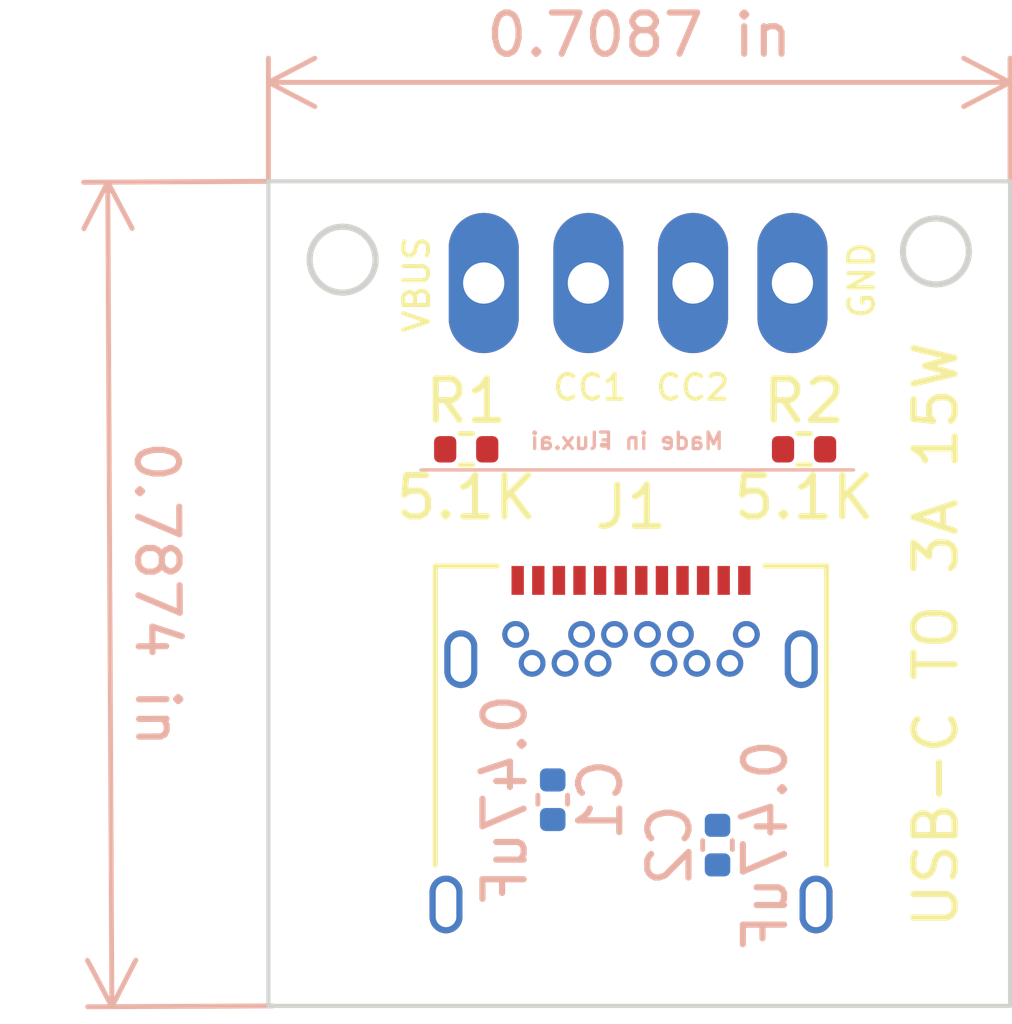
<source format=kicad_pcb>
(kicad_pcb (version 20171130) (host pcbnew "(5.1.10-1-10_14)")

  (general
    (thickness 1.6)
    (drawings 16)
    (tracks 0)
    (zones 0)
    (modules 6)
    (nets 9)
  )

  (page A4)
  (layers
    (0 F.Cu signal)
    (31 B.Cu signal)
    (32 B.Adhes user)
    (33 F.Adhes user)
    (34 B.Paste user)
    (35 F.Paste user)
    (36 B.SilkS user)
    (37 F.SilkS user)
    (38 B.Mask user)
    (39 F.Mask user)
    (40 Dwgs.User user)
    (41 Cmts.User user)
    (42 Eco1.User user)
    (43 Eco2.User user)
    (44 Edge.Cuts user)
    (45 Margin user)
    (46 B.CrtYd user)
    (47 F.CrtYd user)
    (48 B.Fab user)
    (49 F.Fab user)
  )

  (setup
    (last_trace_width 0.25)
    (trace_clearance 0.2)
    (zone_clearance 0.508)
    (zone_45_only no)
    (trace_min 0.2)
    (via_size 0.8)
    (via_drill 0.4)
    (via_min_size 0.4)
    (via_min_drill 0.3)
    (uvia_size 0.3)
    (uvia_drill 0.1)
    (uvias_allowed no)
    (uvia_min_size 0.2)
    (uvia_min_drill 0.1)
    (edge_width 0.05)
    (segment_width 0.2)
    (pcb_text_width 0.3)
    (pcb_text_size 1.5 1.5)
    (mod_edge_width 0.12)
    (mod_text_size 1 1)
    (mod_text_width 0.15)
    (pad_size 1.7 3.4)
    (pad_drill 1)
    (pad_to_mask_clearance 0)
    (aux_axis_origin 136 99)
    (grid_origin 136 99)
    (visible_elements FFFFFF7F)
    (pcbplotparams
      (layerselection 0x010fc_ffffffff)
      (usegerberextensions false)
      (usegerberattributes true)
      (usegerberadvancedattributes true)
      (creategerberjobfile true)
      (excludeedgelayer true)
      (linewidth 0.100000)
      (plotframeref false)
      (viasonmask false)
      (mode 1)
      (useauxorigin false)
      (hpglpennumber 1)
      (hpglpenspeed 20)
      (hpglpendiameter 15.000000)
      (psnegative false)
      (psa4output false)
      (plotreference true)
      (plotvalue true)
      (plotinvisibletext false)
      (padsonsilk false)
      (subtractmaskfromsilk false)
      (outputformat 1)
      (mirror false)
      (drillshape 1)
      (scaleselection 1)
      (outputdirectory ""))
  )

  (net 0 "")
  (net 1 GND)
  (net 2 "Net-(C1-Pad1)")
  (net 3 "Net-(J1-PadA7)")
  (net 4 "Net-(J1-PadA6)")
  (net 5 "Net-(J1-PadA8)")
  (net 6 "Net-(C2-Pad2)")
  (net 7 "Net-(J1-PadB5)")
  (net 8 "Net-(J1-PadA5)")

  (net_class Default "This is the default net class."
    (clearance 0.2)
    (trace_width 0.25)
    (via_dia 0.8)
    (via_drill 0.4)
    (uvia_dia 0.3)
    (uvia_drill 0.1)
    (add_net GND)
    (add_net "Net-(C1-Pad1)")
    (add_net "Net-(C2-Pad2)")
    (add_net "Net-(J1-PadA5)")
    (add_net "Net-(J1-PadA6)")
    (add_net "Net-(J1-PadA7)")
    (add_net "Net-(J1-PadA8)")
    (add_net "Net-(J1-PadB5)")
  )

  (module Connector_PinHeader_1.27mm:PinHeader_1x04_P1.27mm_Vertical_modified (layer F.Cu) (tedit 61B114A5) (tstamp 61B1A826)
    (at 144.4 78.8)
    (descr "Through hole straight pin header, 1x04, 1.27mm pitch, single row")
    (tags "Through hole pin header THT 1x04 1.27mm single row")
    (path /61B3E94D)
    (fp_text reference J2 (at 0.127 -0.889) (layer F.SilkS) hide
      (effects (font (size 1 1) (thickness 0.15)))
    )
    (fp_text value Conn_01x04 (at -0.127 6.096 180) (layer F.Fab) hide
      (effects (font (size 1 1) (thickness 0.15)))
    )
    (pad 1 thru_hole oval (at -3.175 2.667 180) (size 1.7 3.4) (drill 1) (layers *.Cu *.Mask)
      (net 6 "Net-(C2-Pad2)"))
    (pad 2 thru_hole oval (at -0.635 2.667 180) (size 1.7 3.4) (drill 1) (layers *.Cu *.Mask)
      (net 8 "Net-(J1-PadA5)"))
    (pad 3 thru_hole oval (at 1.905 2.667 180) (size 1.7 3.4) (drill 1) (layers *.Cu *.Mask)
      (net 7 "Net-(J1-PadB5)"))
    (pad 4 thru_hole oval (at 4.318 2.667 180) (size 1.7 3.4) (drill 1) (layers *.Cu *.Mask)
      (net 1 GND))
  )

  (module Resistor_SMD:R_0402_1005Metric (layer F.Cu) (tedit 5F68FEEE) (tstamp 61B10C52)
    (at 149 85.5)
    (descr "Resistor SMD 0402 (1005 Metric), square (rectangular) end terminal, IPC_7351 nominal, (Body size source: IPC-SM-782 page 72, https://www.pcb-3d.com/wordpress/wp-content/uploads/ipc-sm-782a_amendment_1_and_2.pdf), generated with kicad-footprint-generator")
    (tags resistor)
    (path /61B1502B)
    (attr smd)
    (fp_text reference R2 (at 0 -1.17) (layer F.SilkS)
      (effects (font (size 1 1) (thickness 0.15)))
    )
    (fp_text value 5.1K (at 0 1.17) (layer F.SilkS)
      (effects (font (size 1 1) (thickness 0.15)))
    )
    (fp_line (start 0.93 0.47) (end -0.93 0.47) (layer F.CrtYd) (width 0.05))
    (fp_line (start 0.93 -0.47) (end 0.93 0.47) (layer F.CrtYd) (width 0.05))
    (fp_line (start -0.93 -0.47) (end 0.93 -0.47) (layer F.CrtYd) (width 0.05))
    (fp_line (start -0.93 0.47) (end -0.93 -0.47) (layer F.CrtYd) (width 0.05))
    (fp_line (start -0.153641 0.38) (end 0.153641 0.38) (layer F.SilkS) (width 0.12))
    (fp_line (start -0.153641 -0.38) (end 0.153641 -0.38) (layer F.SilkS) (width 0.12))
    (fp_line (start 0.525 0.27) (end -0.525 0.27) (layer F.Fab) (width 0.1))
    (fp_line (start 0.525 -0.27) (end 0.525 0.27) (layer F.Fab) (width 0.1))
    (fp_line (start -0.525 -0.27) (end 0.525 -0.27) (layer F.Fab) (width 0.1))
    (fp_line (start -0.525 0.27) (end -0.525 -0.27) (layer F.Fab) (width 0.1))
    (fp_text user %R (at 0 0) (layer F.Fab) hide
      (effects (font (size 0.26 0.26) (thickness 0.04)))
    )
    (pad 2 smd roundrect (at 0.51 0) (size 0.54 0.64) (layers F.Cu F.Paste F.Mask) (roundrect_rratio 0.25)
      (net 1 GND))
    (pad 1 smd roundrect (at -0.51 0) (size 0.54 0.64) (layers F.Cu F.Paste F.Mask) (roundrect_rratio 0.25)
      (net 8 "Net-(J1-PadA5)"))
    (model ${KISYS3DMOD}/Resistor_SMD.3dshapes/R_0402_1005Metric.wrl
      (at (xyz 0 0 0))
      (scale (xyz 1 1 1))
      (rotate (xyz 0 0 0))
    )
  )

  (module Resistor_SMD:R_0402_1005Metric (layer F.Cu) (tedit 5F68FEEE) (tstamp 61B10EAE)
    (at 140.8 85.5)
    (descr "Resistor SMD 0402 (1005 Metric), square (rectangular) end terminal, IPC_7351 nominal, (Body size source: IPC-SM-782 page 72, https://www.pcb-3d.com/wordpress/wp-content/uploads/ipc-sm-782a_amendment_1_and_2.pdf), generated with kicad-footprint-generator")
    (tags resistor)
    (path /61B12939)
    (attr smd)
    (fp_text reference R1 (at 0 -1.17) (layer F.SilkS)
      (effects (font (size 1 1) (thickness 0.15)))
    )
    (fp_text value 5.1K (at 0 1.17) (layer F.SilkS)
      (effects (font (size 1 1) (thickness 0.15)))
    )
    (fp_line (start 0.93 0.47) (end -0.93 0.47) (layer F.CrtYd) (width 0.05))
    (fp_line (start 0.93 -0.47) (end 0.93 0.47) (layer F.CrtYd) (width 0.05))
    (fp_line (start -0.93 -0.47) (end 0.93 -0.47) (layer F.CrtYd) (width 0.05))
    (fp_line (start -0.93 0.47) (end -0.93 -0.47) (layer F.CrtYd) (width 0.05))
    (fp_line (start -0.153641 0.38) (end 0.153641 0.38) (layer F.SilkS) (width 0.12))
    (fp_line (start -0.153641 -0.38) (end 0.153641 -0.38) (layer F.SilkS) (width 0.12))
    (fp_line (start 0.525 0.27) (end -0.525 0.27) (layer F.Fab) (width 0.1))
    (fp_line (start 0.525 -0.27) (end 0.525 0.27) (layer F.Fab) (width 0.1))
    (fp_line (start -0.525 -0.27) (end 0.525 -0.27) (layer F.Fab) (width 0.1))
    (fp_line (start -0.525 0.27) (end -0.525 -0.27) (layer F.Fab) (width 0.1))
    (fp_text user %R (at 0 0) (layer F.Fab) hide
      (effects (font (size 0.26 0.26) (thickness 0.04)))
    )
    (pad 2 smd roundrect (at 0.51 0) (size 0.54 0.64) (layers F.Cu F.Paste F.Mask) (roundrect_rratio 0.25)
      (net 1 GND))
    (pad 1 smd roundrect (at -0.51 0) (size 0.54 0.64) (layers F.Cu F.Paste F.Mask) (roundrect_rratio 0.25)
      (net 7 "Net-(J1-PadB5)"))
    (model ${KISYS3DMOD}/Resistor_SMD.3dshapes/R_0402_1005Metric.wrl
      (at (xyz 0 0 0))
      (scale (xyz 1 1 1))
      (rotate (xyz 0 0 0))
    )
  )

  (module Connector_USB:USB_C_Receptacle_Amphenol_12401548E4-2A (layer F.Cu) (tedit 5A142044) (tstamp 61B1AC88)
    (at 144.8 93.7)
    (descr "USB TYPE C, RA RCPT PCB, Hybrid, https://www.amphenolcanada.com/StockAvailabilityPrice.aspx?From=&PartNum=12401548E4%7e2A")
    (tags "USB C Type-C Receptacle Hybrid")
    (path /61B10A44)
    (attr smd)
    (fp_text reference J1 (at 0 -6.8) (layer F.SilkS)
      (effects (font (size 1 1) (thickness 0.15)))
    )
    (fp_text value USB_C_Receptacle_USB2.0 (at 0 6.14) (layer F.Fab) hide
      (effects (font (size 1 1) (thickness 0.15)))
    )
    (fp_line (start -4.6 5.23) (end -4.6 -5.22) (layer F.Fab) (width 0.1))
    (fp_line (start -4.6 -5.22) (end 4.6 -5.22) (layer F.Fab) (width 0.1))
    (fp_line (start -4.75 -5.37) (end -3.25 -5.37) (layer F.SilkS) (width 0.12))
    (fp_line (start -4.75 -5.37) (end -4.75 1.89) (layer F.SilkS) (width 0.12))
    (fp_line (start 4.75 -5.37) (end 4.75 1.89) (layer F.SilkS) (width 0.12))
    (fp_line (start 3.25 -5.37) (end 4.75 -5.37) (layer F.SilkS) (width 0.12))
    (fp_line (start -4.6 5.23) (end 4.6 5.23) (layer F.Fab) (width 0.1))
    (fp_line (start 4.6 5.23) (end 4.6 -5.22) (layer F.Fab) (width 0.1))
    (fp_line (start -5.39 -5.87) (end 5.39 -5.87) (layer F.CrtYd) (width 0.05))
    (fp_line (start 5.39 -5.87) (end 5.39 5.73) (layer F.CrtYd) (width 0.05))
    (fp_line (start 5.39 5.73) (end -5.39 5.73) (layer F.CrtYd) (width 0.05))
    (fp_line (start -5.39 5.73) (end -5.39 -5.87) (layer F.CrtYd) (width 0.05))
    (fp_text user %R (at 0.06 -1) (layer F.Fab) hide
      (effects (font (size 1 1) (thickness 0.1)))
    )
    (pad B11 thru_hole circle (at -2.4 -3.01) (size 0.65 0.65) (drill 0.4) (layers *.Cu *.Mask))
    (pad B10 thru_hole circle (at -1.6 -3.01) (size 0.65 0.65) (drill 0.4) (layers *.Cu *.Mask))
    (pad B8 thru_hole circle (at -0.8 -3.01) (size 0.65 0.65) (drill 0.4) (layers *.Cu *.Mask)
      (net 2 "Net-(C1-Pad1)"))
    (pad B5 thru_hole circle (at 0.8 -3.01) (size 0.65 0.65) (drill 0.4) (layers *.Cu *.Mask)
      (net 7 "Net-(J1-PadB5)"))
    (pad B3 thru_hole circle (at 1.6 -3.01) (size 0.65 0.65) (drill 0.4) (layers *.Cu *.Mask))
    (pad B2 thru_hole circle (at 2.4 -3.01) (size 0.65 0.65) (drill 0.4) (layers *.Cu *.Mask))
    (pad B12 thru_hole circle (at -2.8 -3.71) (size 0.65 0.65) (drill 0.4) (layers *.Cu *.Mask)
      (net 1 GND))
    (pad B9 thru_hole circle (at -1.2 -3.71) (size 0.65 0.65) (drill 0.4) (layers *.Cu *.Mask)
      (net 6 "Net-(C2-Pad2)"))
    (pad B7 thru_hole circle (at -0.4 -3.71) (size 0.65 0.65) (drill 0.4) (layers *.Cu *.Mask)
      (net 3 "Net-(J1-PadA7)"))
    (pad B6 thru_hole circle (at 0.4 -3.71) (size 0.65 0.65) (drill 0.4) (layers *.Cu *.Mask)
      (net 4 "Net-(J1-PadA6)"))
    (pad B4 thru_hole circle (at 1.2 -3.71) (size 0.65 0.65) (drill 0.4) (layers *.Cu *.Mask)
      (net 6 "Net-(C2-Pad2)"))
    (pad B1 thru_hole circle (at 2.8 -3.71) (size 0.65 0.65) (drill 0.4) (layers *.Cu *.Mask)
      (net 1 GND))
    (pad "" np_thru_hole circle (at -3.6 -4.36) (size 0.65 0.65) (drill 0.65) (layers *.Cu *.Mask))
    (pad "" np_thru_hole oval (at 3.6 -4.36) (size 0.95 0.65) (drill oval 0.95 0.65) (layers *.Cu *.Mask))
    (pad S1 thru_hole oval (at -4.49 2.84) (size 0.8 1.4) (drill oval 0.5 1.1) (layers *.Cu *.Mask)
      (net 1 GND))
    (pad S1 thru_hole oval (at 4.49 2.84) (size 0.8 1.4) (drill oval 0.5 1.1) (layers *.Cu *.Mask)
      (net 1 GND))
    (pad S1 thru_hole oval (at 4.13 -3.11) (size 0.8 1.4) (drill oval 0.5 1.1) (layers *.Cu *.Mask)
      (net 1 GND))
    (pad A11 smd rect (at 2.25 -5.02) (size 0.3 0.7) (layers F.Cu F.Paste F.Mask))
    (pad A8 smd rect (at 0.75 -5.02) (size 0.3 0.7) (layers F.Cu F.Paste F.Mask)
      (net 5 "Net-(J1-PadA8)"))
    (pad A9 smd rect (at 1.25 -5.02) (size 0.3 0.7) (layers F.Cu F.Paste F.Mask)
      (net 6 "Net-(C2-Pad2)"))
    (pad A10 smd rect (at 1.75 -5.02) (size 0.3 0.7) (layers F.Cu F.Paste F.Mask))
    (pad A12 smd rect (at 2.75 -5.02) (size 0.3 0.7) (layers F.Cu F.Paste F.Mask)
      (net 1 GND))
    (pad A7 smd rect (at 0.25 -5.02) (size 0.3 0.7) (layers F.Cu F.Paste F.Mask)
      (net 3 "Net-(J1-PadA7)"))
    (pad A6 smd rect (at -0.25 -5.02) (size 0.3 0.7) (layers F.Cu F.Paste F.Mask)
      (net 4 "Net-(J1-PadA6)"))
    (pad A5 smd rect (at -0.75 -5.02) (size 0.3 0.7) (layers F.Cu F.Paste F.Mask)
      (net 8 "Net-(J1-PadA5)"))
    (pad A4 smd rect (at -1.25 -5.02) (size 0.3 0.7) (layers F.Cu F.Paste F.Mask)
      (net 6 "Net-(C2-Pad2)"))
    (pad A3 smd rect (at -1.75 -5.02) (size 0.3 0.7) (layers F.Cu F.Paste F.Mask))
    (pad A2 smd rect (at -2.25 -5.02) (size 0.3 0.7) (layers F.Cu F.Paste F.Mask))
    (pad A1 smd rect (at -2.75 -5.02) (size 0.3 0.7) (layers F.Cu F.Paste F.Mask)
      (net 1 GND))
    (pad S1 thru_hole oval (at -4.13 -3.11) (size 0.8 1.4) (drill oval 0.5 1.1) (layers *.Cu *.Mask)
      (net 1 GND))
    (model ${KISYS3DMOD}/Connector_USB.3dshapes/USB_C_Receptacle_Amphenol_12401548E4-2A.wrl
      (at (xyz 0 0 0))
      (scale (xyz 1 1 1))
      (rotate (xyz 0 0 0))
    )
    (model "/Users/jharwinbarrozo/Downloads/Flux PCB/12401548E4_2A/12401548E4_2A.step"
      (offset (xyz 0 -5.2 1.6))
      (scale (xyz 1 1 1))
      (rotate (xyz -90 0 0))
    )
  )

  (module Capacitor_SMD:C_0402_1005Metric (layer B.Cu) (tedit 5F68FEEE) (tstamp 61B10FE6)
    (at 146.9 95.1 270)
    (descr "Capacitor SMD 0402 (1005 Metric), square (rectangular) end terminal, IPC_7351 nominal, (Body size source: IPC-SM-782 page 76, https://www.pcb-3d.com/wordpress/wp-content/uploads/ipc-sm-782a_amendment_1_and_2.pdf), generated with kicad-footprint-generator")
    (tags capacitor)
    (path /61B1C75E)
    (attr smd)
    (fp_text reference C2 (at 0 1.16 270) (layer B.SilkS)
      (effects (font (size 1 1) (thickness 0.15)) (justify mirror))
    )
    (fp_text value 0.47uF (at 0 -1.16 270) (layer B.SilkS)
      (effects (font (size 1 1) (thickness 0.15)) (justify mirror))
    )
    (fp_text user %R (at 0 0 270) (layer B.Fab) hide
      (effects (font (size 0.25 0.25) (thickness 0.04)) (justify mirror))
    )
    (fp_line (start -0.5 -0.25) (end -0.5 0.25) (layer B.Fab) (width 0.1))
    (fp_line (start -0.5 0.25) (end 0.5 0.25) (layer B.Fab) (width 0.1))
    (fp_line (start 0.5 0.25) (end 0.5 -0.25) (layer B.Fab) (width 0.1))
    (fp_line (start 0.5 -0.25) (end -0.5 -0.25) (layer B.Fab) (width 0.1))
    (fp_line (start -0.107836 0.36) (end 0.107836 0.36) (layer B.SilkS) (width 0.12))
    (fp_line (start -0.107836 -0.36) (end 0.107836 -0.36) (layer B.SilkS) (width 0.12))
    (fp_line (start -0.91 -0.46) (end -0.91 0.46) (layer B.CrtYd) (width 0.05))
    (fp_line (start -0.91 0.46) (end 0.91 0.46) (layer B.CrtYd) (width 0.05))
    (fp_line (start 0.91 0.46) (end 0.91 -0.46) (layer B.CrtYd) (width 0.05))
    (fp_line (start 0.91 -0.46) (end -0.91 -0.46) (layer B.CrtYd) (width 0.05))
    (pad 1 smd roundrect (at -0.48 0 270) (size 0.56 0.62) (layers B.Cu B.Paste B.Mask) (roundrect_rratio 0.25)
      (net 1 GND))
    (pad 2 smd roundrect (at 0.48 0 270) (size 0.56 0.62) (layers B.Cu B.Paste B.Mask) (roundrect_rratio 0.25)
      (net 6 "Net-(C2-Pad2)"))
    (model ${KISYS3DMOD}/Capacitor_SMD.3dshapes/C_0402_1005Metric.wrl
      (at (xyz 0 0 0))
      (scale (xyz 1 1 1))
      (rotate (xyz 0 0 0))
    )
  )

  (module Capacitor_SMD:C_0402_1005Metric (layer B.Cu) (tedit 5F68FEEE) (tstamp 61B10F12)
    (at 142.9 94 90)
    (descr "Capacitor SMD 0402 (1005 Metric), square (rectangular) end terminal, IPC_7351 nominal, (Body size source: IPC-SM-782 page 76, https://www.pcb-3d.com/wordpress/wp-content/uploads/ipc-sm-782a_amendment_1_and_2.pdf), generated with kicad-footprint-generator")
    (tags capacitor)
    (path /61B18FAC)
    (attr smd)
    (fp_text reference C1 (at 0 1.16 -90) (layer B.SilkS)
      (effects (font (size 1 1) (thickness 0.15)) (justify mirror))
    )
    (fp_text value 0.47uF (at 0 -1.16 270) (layer B.SilkS)
      (effects (font (size 1 1) (thickness 0.15)) (justify mirror))
    )
    (fp_text user %R (at 0 0 270) (layer B.Fab) hide
      (effects (font (size 0.25 0.25) (thickness 0.04)) (justify mirror))
    )
    (fp_line (start -0.5 -0.25) (end -0.5 0.25) (layer B.Fab) (width 0.1))
    (fp_line (start -0.5 0.25) (end 0.5 0.25) (layer B.Fab) (width 0.1))
    (fp_line (start 0.5 0.25) (end 0.5 -0.25) (layer B.Fab) (width 0.1))
    (fp_line (start 0.5 -0.25) (end -0.5 -0.25) (layer B.Fab) (width 0.1))
    (fp_line (start -0.107836 0.36) (end 0.107836 0.36) (layer B.SilkS) (width 0.12))
    (fp_line (start -0.107836 -0.36) (end 0.107836 -0.36) (layer B.SilkS) (width 0.12))
    (fp_line (start -0.91 -0.46) (end -0.91 0.46) (layer B.CrtYd) (width 0.05))
    (fp_line (start -0.91 0.46) (end 0.91 0.46) (layer B.CrtYd) (width 0.05))
    (fp_line (start 0.91 0.46) (end 0.91 -0.46) (layer B.CrtYd) (width 0.05))
    (fp_line (start 0.91 -0.46) (end -0.91 -0.46) (layer B.CrtYd) (width 0.05))
    (pad 1 smd roundrect (at -0.48 0 90) (size 0.56 0.62) (layers B.Cu B.Paste B.Mask) (roundrect_rratio 0.25)
      (net 2 "Net-(C1-Pad1)"))
    (pad 2 smd roundrect (at 0.48 0 90) (size 0.56 0.62) (layers B.Cu B.Paste B.Mask) (roundrect_rratio 0.25)
      (net 1 GND))
    (model ${KISYS3DMOD}/Capacitor_SMD.3dshapes/C_0402_1005Metric.wrl
      (at (xyz 0 0 0))
      (scale (xyz 1 1 1))
      (rotate (xyz 0 0 0))
    )
  )

  (dimension 20.00025 (width 0.12) (layer B.SilkS)
    (gr_text "20.000 mm" (at 130.880614 89.025847 270.2864765) (layer B.SilkS)
      (effects (font (size 1 1) (thickness 0.15)))
    )
    (feature1 (pts (xy 136.1 99) (xy 131.614184 99.022429)))
    (feature2 (pts (xy 136 79) (xy 131.514184 79.022429)))
    (crossbar (pts (xy 132.100598 79.019497) (xy 132.200598 99.019497)))
    (arrow1a (pts (xy 132.200598 99.019497) (xy 131.608552 97.895939)))
    (arrow1b (pts (xy 132.200598 99.019497) (xy 132.781379 97.890075)))
    (arrow2a (pts (xy 132.100598 79.019497) (xy 131.519817 80.148919)))
    (arrow2b (pts (xy 132.100598 79.019497) (xy 132.692644 80.143055)))
  )
  (dimension 18 (width 0.12) (layer B.SilkS)
    (gr_text "18.000 mm" (at 145 75.33) (layer B.SilkS)
      (effects (font (size 1 1) (thickness 0.15)))
    )
    (feature1 (pts (xy 154 79) (xy 154 76.013579)))
    (feature2 (pts (xy 136 79) (xy 136 76.013579)))
    (crossbar (pts (xy 136 76.6) (xy 154 76.6)))
    (arrow1a (pts (xy 154 76.6) (xy 152.873496 77.186421)))
    (arrow1b (pts (xy 154 76.6) (xy 152.873496 76.013579)))
    (arrow2a (pts (xy 136 76.6) (xy 137.126504 77.186421)))
    (arrow2b (pts (xy 136 76.6) (xy 137.126504 76.013579)))
  )
  (gr_line (start 144.1 85.4) (end 144.2 85.4) (layer B.SilkS) (width 0.12))
  (gr_line (start 150.2 86) (end 139.7 86) (layer B.SilkS) (width 0.08))
  (gr_text "Made in Flux.ai" (at 144.7 85.3) (layer B.SilkS)
    (effects (font (size 0.4 0.4) (thickness 0.08)) (justify mirror))
  )
  (gr_text GND (at 150.4 81.4 90) (layer F.SilkS) (tstamp 61B1A9E6)
    (effects (font (size 0.6 0.6) (thickness 0.1)))
  )
  (gr_text CC2 (at 146.3 84) (layer F.SilkS) (tstamp 61B1A9E1)
    (effects (font (size 0.6 0.6) (thickness 0.1)))
  )
  (gr_text CC1 (at 143.8 84) (layer F.SilkS) (tstamp 61B1A9D7)
    (effects (font (size 0.6 0.6) (thickness 0.1)))
  )
  (gr_text VBUS (at 139.6 81.5 90) (layer F.SilkS)
    (effects (font (size 0.6 0.6) (thickness 0.1)))
  )
  (gr_circle (center 137.8 80.9) (end 138.6 80.9) (layer Edge.Cuts) (width 0.15))
  (gr_circle (center 152.2 80.7) (end 153 80.7) (layer Edge.Cuts) (width 0.15))
  (gr_text "USB-C TO 3A 15W" (at 152.2 90 90) (layer F.SilkS)
    (effects (font (size 1 1) (thickness 0.15)))
  )
  (gr_line (start 136 99) (end 154 99) (layer Edge.Cuts) (width 0.1) (tstamp 61B19429))
  (gr_line (start 154 79) (end 154 99) (layer Edge.Cuts) (width 0.1))
  (gr_line (start 136 79) (end 154 79) (layer Edge.Cuts) (width 0.1))
  (gr_line (start 136 99) (end 136 79) (layer Edge.Cuts) (width 0.1) (tstamp 61B19432))

)

</source>
